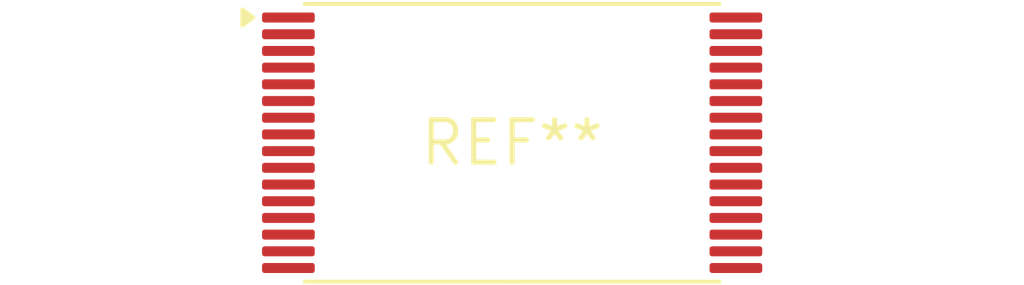
<source format=kicad_pcb>
(kicad_pcb (version 20240108) (generator pcbnew)
  (layers (0 "F.Cu" signal) (31 "B.Cu" signal) (34 "B.Paste" user) (35 "F.Paste" user) (36 "B.SilkS" user "B.Silkscreen") (37 "F.SilkS" user "F.Silkscreen") (38 "B.Mask" user) (39 "F.Mask" user) (44 "Edge.Cuts" user))
  (net 0 "")
  (footprint "TSOP-I-32_12.4x8mm_P0.5mm" (layer "F.Cu") (at 0 0)
    (property "Reference" "REF**")
    (property "Value" "TSOP-I-32_12.4x8mm_P0.5mm")
    (fp_line (start 0 -4.16) (end -6.2 -4.16) (layer "F.SilkS") (stroke (width 0.12)))
    (fp_line (start 0 -4.16) (end 6.2 -4.16) (layer "F.SilkS") (stroke (width 0.12)))
    (fp_line (start 0 4.16) (end -6.2 4.16) (layer "F.SilkS") (stroke (width 0.12)))
    (fp_line (start 0 4.16) (end 6.2 4.16) (layer "F.SilkS") (stroke (width 0.12)))
    (fp_poly (pts (xy -7.735 -3.75) (xy -8.065 -3.99) (xy -8.065 -3.51) (xy -7.735 -3.75)) (layer "F.SilkS") (stroke (width 0.12)) (fill solid))
    (pad "1" smd roundrect (at -6.6875 -3.75) (size 1.575 0.3) (layers "F.Cu" "F.Paste" "F.Mask"))
    (pad "2" smd roundrect (at -6.6875 -3.25) (size 1.575 0.3) (layers "F.Cu" "F.Paste" "F.Mask"))
    (pad "3" smd roundrect (at -6.6875 -2.75) (size 1.575 0.3) (layers "F.Cu" "F.Paste" "F.Mask"))
    (pad "4" smd roundrect (at -6.6875 -2.25) (size 1.575 0.3) (layers "F.Cu" "F.Paste" "F.Mask"))
    (pad "5" smd roundrect (at -6.6875 -1.75) (size 1.575 0.3) (layers "F.Cu" "F.Paste" "F.Mask"))
    (pad "6" smd roundrect (at -6.6875 -1.25) (size 1.575 0.3) (layers "F.Cu" "F.Paste" "F.Mask"))
    (pad "7" smd roundrect (at -6.6875 -0.75) (size 1.575 0.3) (layers "F.Cu" "F.Paste" "F.Mask"))
    (pad "8" smd roundrect (at -6.6875 -0.25) (size 1.575 0.3) (layers "F.Cu" "F.Paste" "F.Mask"))
    (pad "9" smd roundrect (at -6.6875 0.25) (size 1.575 0.3) (layers "F.Cu" "F.Paste" "F.Mask"))
    (pad "10" smd roundrect (at -6.6875 0.75) (size 1.575 0.3) (layers "F.Cu" "F.Paste" "F.Mask"))
    (pad "11" smd roundrect (at -6.6875 1.25) (size 1.575 0.3) (layers "F.Cu" "F.Paste" "F.Mask"))
    (pad "12" smd roundrect (at -6.6875 1.75) (size 1.575 0.3) (layers "F.Cu" "F.Paste" "F.Mask"))
    (pad "13" smd roundrect (at -6.6875 2.25) (size 1.575 0.3) (layers "F.Cu" "F.Paste" "F.Mask"))
    (pad "14" smd roundrect (at -6.6875 2.75) (size 1.575 0.3) (layers "F.Cu" "F.Paste" "F.Mask"))
    (pad "15" smd roundrect (at -6.6875 3.25) (size 1.575 0.3) (layers "F.Cu" "F.Paste" "F.Mask"))
    (pad "16" smd roundrect (at -6.6875 3.75) (size 1.575 0.3) (layers "F.Cu" "F.Paste" "F.Mask"))
    (pad "17" smd roundrect (at 6.6875 3.75) (size 1.575 0.3) (layers "F.Cu" "F.Paste" "F.Mask"))
    (pad "18" smd roundrect (at 6.6875 3.25) (size 1.575 0.3) (layers "F.Cu" "F.Paste" "F.Mask"))
    (pad "19" smd roundrect (at 6.6875 2.75) (size 1.575 0.3) (layers "F.Cu" "F.Paste" "F.Mask"))
    (pad "20" smd roundrect (at 6.6875 2.25) (size 1.575 0.3) (layers "F.Cu" "F.Paste" "F.Mask"))
    (pad "21" smd roundrect (at 6.6875 1.75) (size 1.575 0.3) (layers "F.Cu" "F.Paste" "F.Mask"))
    (pad "22" smd roundrect (at 6.6875 1.25) (size 1.575 0.3) (layers "F.Cu" "F.Paste" "F.Mask"))
    (pad "23" smd roundrect (at 6.6875 0.75) (size 1.575 0.3) (layers "F.Cu" "F.Paste" "F.Mask"))
    (pad "24" smd roundrect (at 6.6875 0.25) (size 1.575 0.3) (layers "F.Cu" "F.Paste" "F.Mask"))
    (pad "25" smd roundrect (at 6.6875 -0.25) (size 1.575 0.3) (layers "F.Cu" "F.Paste" "F.Mask"))
    (pad "26" smd roundrect (at 6.6875 -0.75) (size 1.575 0.3) (layers "F.Cu" "F.Paste" "F.Mask"))
    (pad "27" smd roundrect (at 6.6875 -1.25) (size 1.575 0.3) (layers "F.Cu" "F.Paste" "F.Mask"))
    (pad "28" smd roundrect (at 6.6875 -1.75) (size 1.575 0.3) (layers "F.Cu" "F.Paste" "F.Mask"))
    (pad "29" smd roundrect (at 6.6875 -2.25) (size 1.575 0.3) (layers "F.Cu" "F.Paste" "F.Mask"))
    (pad "30" smd roundrect (at 6.6875 -2.75) (size 1.575 0.3) (layers "F.Cu" "F.Paste" "F.Mask"))
    (pad "31" smd roundrect (at 6.6875 -3.25) (size 1.575 0.3) (layers "F.Cu" "F.Paste" "F.Mask"))
    (pad "32" smd roundrect (at 6.6875 -3.75) (size 1.575 0.3) (layers "F.Cu" "F.Paste" "F.Mask"))
  )
)
</source>
